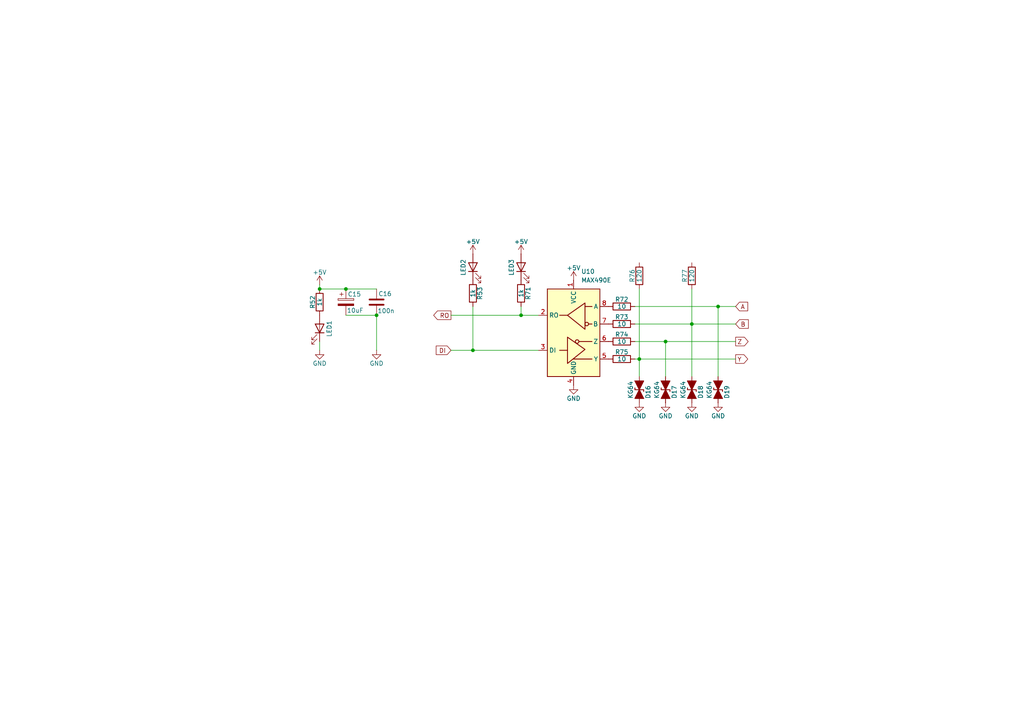
<source format=kicad_sch>
(kicad_sch (version 20231120) (generator "eeschema") (generator_version "8.0")
  (paper "A4")
  (title_block (title "IoT Node") (date "2025-10-02") (company "PT. MEDION FARMA JAYA"))
  (lib_symbols
    (symbol "Device:C" (pin_numbers hide) (pin_names (offset 0.254))
      (property "Reference" "C" (at 0.635 2.54 0))
      (property "Value" "C" (at 0.635 -2.54 0))
      (symbol "C_0_1"
        (polyline (pts (xy -2.032 -0.762) (xy 2.032 -0.762)) (stroke (width 0.508)))
        (polyline (pts (xy -2.032 0.762) (xy 2.032 0.762)) (stroke (width 0.508)))
      )
      (symbol "C_1_1"
        (pin passive line (at 0 3.81 270) (length 2.794) (name "~") (number "1"))
        (pin passive line (at 0 -3.81 90) (length 2.794) (name "~") (number "2"))
      )
    )
    (symbol "Device:C_Polarized" (pin_numbers hide) (pin_names (offset 0.254))
      (property "Reference" "C" (at 0.635 2.54 0))
      (property "Value" "C_Polarized" (at 0.635 -2.54 0))
      (symbol "C_Polarized_0_1"
        (rectangle (start -2.286 0.508) (end 2.286 1.016))
        (polyline (pts (xy -1.778 2.286) (xy -0.762 2.286)))
        (polyline (pts (xy -1.27 2.794) (xy -1.27 1.778)))
        (rectangle (start 2.286 -0.508) (end -2.286 -1.016) (fill (type outline)))
      )
      (symbol "C_Polarized_1_1"
        (pin passive line (at 0 3.81 270) (length 2.794) (name "~") (number "1"))
        (pin passive line (at 0 -3.81 90) (length 2.794) (name "~") (number "2"))
      )
    )
    (symbol "Device:D_TVS_Filled" (pin_numbers hide) (pin_names (offset 1.016) hide)
      (property "Reference" "D" (at 0 2.54 0))
      (property "Value" "D_TVS_Filled" (at 0 -2.54 0))
      (symbol "D_TVS_Filled_0_1"
        (polyline (pts (xy 1.27 0) (xy -1.27 0)))
        (polyline (pts (xy -2.54 -1.27) (xy 0 0) (xy -2.54 1.27) (xy -2.54 -1.27)) (stroke (width 0.254)) (fill (type outline)))
        (polyline (pts (xy 0.508 1.27) (xy 0 1.27) (xy 0 -1.27) (xy -0.508 -1.27)) (stroke (width 0.254)))
        (polyline (pts (xy 2.54 1.27) (xy 2.54 -1.27) (xy 0 0) (xy 2.54 1.27)) (stroke (width 0.254)) (fill (type outline)))
      )
      (symbol "D_TVS_Filled_1_1"
        (pin passive line (at -3.81 0 0) (length 2.54) (name "A1") (number "1"))
        (pin passive line (at 3.81 0 180) (length 2.54) (name "A2") (number "2"))
      )
    )
    (symbol "Device:LED" (pin_numbers hide) (pin_names (offset 1.016) hide)
      (property "Reference" "D" (at 0 2.54 0))
      (property "Value" "LED" (at 0 -2.54 0))
      (symbol "LED_0_1"
        (polyline (pts (xy -1.27 -1.27) (xy -1.27 1.27)) (stroke (width 0.254)))
        (polyline (pts (xy -1.27 0) (xy 1.27 0)))
        (polyline (pts (xy 1.27 -1.27) (xy 1.27 1.27) (xy -1.27 0) (xy 1.27 -1.27)) (stroke (width 0.254)))
        (polyline (pts (xy -3.048 -0.762) (xy -4.572 -2.286) (xy -3.81 -2.286) (xy -4.572 -2.286) (xy -4.572 -1.524)))
        (polyline (pts (xy -1.778 -0.762) (xy -3.302 -2.286) (xy -2.54 -2.286) (xy -3.302 -2.286) (xy -3.302 -1.524)))
      )
      (symbol "LED_1_1"
        (pin passive line (at -3.81 0 0) (length 2.54) (name "K") (number "1"))
        (pin passive line (at 3.81 0 180) (length 2.54) (name "A") (number "2"))
      )
    )
    (symbol "Device:R" (pin_numbers hide) (pin_names (offset 0))
      (property "Reference" "R" (at 2.032 0 90))
      (property "Value" "R" (at 0 0 90))
      (symbol "R_0_1"
        (rectangle (start -1.016 -2.54) (end 1.016 2.54) (stroke (width 0.254)))
      )
      (symbol "R_1_1"
        (pin passive line (at 0 3.81 270) (length 1.27) (name "~") (number "1"))
        (pin passive line (at 0 -3.81 90) (length 1.27) (name "~") (number "2"))
      )
    )
    (symbol "Interface_UART:MAX490E"
      (property "Reference" "U" (at -7.62 13.97 0))
      (property "Value" "MAX490E" (at 0.762 13.97 0))
      (symbol "MAX490E_0_1"
        (rectangle (start -7.62 12.7) (end 7.62 -12.7) (stroke (width 0.254)) (fill (type background)))
        (polyline (pts (xy -1.778 -5.08) (xy -4.064 -5.08)) (stroke (width 0.254)))
        (polyline (pts (xy -1.778 5.08) (xy -4.064 5.08)) (stroke (width 0.254)))
        (polyline (pts (xy 0 -7.62) (xy 5.334 -7.62)) (stroke (width 0.254)))
        (polyline (pts (xy 1.524 -2.54) (xy 5.334 -2.54)) (stroke (width 0.254)))
        (polyline (pts (xy 3.302 7.62) (xy 5.334 7.62)) (stroke (width 0.254)))
        (polyline (pts (xy 4.318 2.54) (xy 5.334 2.54)) (stroke (width 0.254)))
        (polyline (pts (xy -1.778 -5.08) (xy -1.778 -1.27) (xy 3.302 -4.826) (xy -1.778 -8.89) (xy -1.778 -5.08)) (stroke (width 0.254)))
        (circle (center 1.016 -2.54) (radius 0.508) (stroke (width 0.254)))
      )
      (symbol "MAX490E_1_1"
        (polyline (pts (xy 3.302 4.826) (xy 3.302 8.636) (xy -1.778 5.08) (xy 3.302 1.016) (xy 3.302 4.826)) (stroke (width 0.254)))
        (circle (center 3.81 2.54) (radius 0.508) (stroke (width 0.254)))
        (pin power_in line (at 0 15.24 270) (length 2.54) (name "VCC") (number "1"))
        (pin output line (at -10.16 5.08 0) (length 2.54) (name "RO") (number "2"))
        (pin input line (at -10.16 -5.08 0) (length 2.54) (name "DI") (number "3"))
        (pin power_in line (at 0 -15.24 90) (length 2.54) (name "GND") (number "4"))
        (pin output line (at 10.16 -7.62 180) (length 2.54) (name "Y") (number "5"))
        (pin output line (at 10.16 -2.54 180) (length 2.54) (name "Z") (number "6"))
        (pin input line (at 10.16 2.54 180) (length 2.54) (name "B") (number "7"))
        (pin input line (at 10.16 7.62 180) (length 2.54) (name "A") (number "8"))
      )
    )
    (symbol "power:+5V" (power) (pin_numbers hide) (pin_names (offset 0) hide)
      (property "Value" "+5V" (at 0 3.556 0))
      (symbol "+5V_0_1"
        (polyline (pts (xy -0.762 1.27) (xy 0 2.54)))
        (polyline (pts (xy 0 0) (xy 0 2.54)))
        (polyline (pts (xy 0 2.54) (xy 0.762 1.27)))
      )
      (symbol "+5V_1_1"
        (pin power_in line (at 0 0 90) (length 0) (name "~") (number "1"))
      )
    )
    (symbol "power:GND" (power) (pin_numbers hide) (pin_names (offset 0) hide)
      (property "Value" "GND" (at 0 -3.81 0))
      (symbol "GND_0_1"
        (polyline (pts (xy 0 0) (xy 0 -1.27) (xy 1.27 -1.27) (xy 0 -2.54) (xy -1.27 -1.27) (xy 0 -1.27)))
      )
      (symbol "GND_1_1"
        (pin power_in line (at 0 0 270) (length 0) (name "~") (number "1"))
      )
    )
  )
  (junction (at 200.66 93.98))
  (junction (at 92.71 83.82))
  (junction (at 137.16 101.6))
  (junction (at 100.33 83.82))
  (junction (at 185.42 104.14))
  (junction (at 109.22 91.44))
  (junction (at 151.13 91.44))
  (junction (at 193.04 99.06))
  (junction (at 208.28 88.9))
  (wire (pts (xy 213.36 99.06) (xy 193.04 99.06)))
  (wire (pts (xy 151.13 88.9) (xy 151.13 91.44)))
  (wire (pts (xy 100.33 83.82) (xy 109.22 83.82)))
  (wire (pts (xy 200.66 93.98) (xy 184.15 93.98)))
  (wire (pts (xy 92.71 82.55) (xy 92.71 83.82)))
  (wire (pts (xy 193.04 99.06) (xy 193.04 109.22)))
  (wire (pts (xy 109.22 101.6) (xy 109.22 91.44)))
  (wire (pts (xy 184.15 99.06) (xy 193.04 99.06)))
  (wire (pts (xy 208.28 88.9) (xy 208.28 109.22)))
  (wire (pts (xy 130.81 101.6) (xy 137.16 101.6)))
  (wire (pts (xy 213.36 93.98) (xy 200.66 93.98)))
  (wire (pts (xy 151.13 91.44) (xy 156.21 91.44)))
  (wire (pts (xy 184.15 104.14) (xy 185.42 104.14)))
  (wire (pts (xy 208.28 88.9) (xy 213.36 88.9)))
  (wire (pts (xy 137.16 88.9) (xy 137.16 101.6)))
  (wire (pts (xy 184.15 88.9) (xy 208.28 88.9)))
  (wire (pts (xy 185.42 83.82) (xy 185.42 104.14)))
  (wire (pts (xy 137.16 101.6) (xy 156.21 101.6)))
  (wire (pts (xy 130.81 91.44) (xy 151.13 91.44)))
  (wire (pts (xy 200.66 93.98) (xy 200.66 109.22)))
  (wire (pts (xy 100.33 91.44) (xy 109.22 91.44)))
  (wire (pts (xy 92.71 101.6) (xy 92.71 99.06)))
  (wire (pts (xy 185.42 104.14) (xy 185.42 109.22)))
  (wire (pts (xy 200.66 83.82) (xy 200.66 93.98)))
  (wire (pts (xy 213.36 104.14) (xy 185.42 104.14)))
  (wire (pts (xy 92.71 83.82) (xy 100.33 83.82)))
  (global_label "RO" (shape output) (at 130.81 91.44 180) (property "Intersheetrefs" "${INTERSHEET_REFS}" (effects (hide yes))))
  (global_label "B" (shape input) (at 213.36 93.98 0) (property "Intersheetrefs" "${INTERSHEET_REFS}" (effects (hide yes))))
  (global_label "Z" (shape output) (at 213.36 99.06 0) (property "Intersheetrefs" "${INTERSHEET_REFS}" (effects (hide yes))))
  (global_label "A" (shape input) (at 213.36 88.9 0) (property "Intersheetrefs" "${INTERSHEET_REFS}" (effects (hide yes))))
  (global_label "DI" (shape input) (at 130.81 101.6 180) (property "Intersheetrefs" "${INTERSHEET_REFS}" (effects (hide yes))))
  (global_label "Y" (shape output) (at 213.36 104.14 0) (property "Intersheetrefs" "${INTERSHEET_REFS}" (effects (hide yes))))
  (symbol (lib_id "Device:LED") (at 92.71 95.25 270) (mirror x) (unit 1)
    (property "Reference" "LED1" (at 95.504 97.79 0) (effects (justify left)))
    (property "Value" "LED" (effects (hide yes)))
    (property "Description" "Light emitting diode" (effects (hide yes)))
  )
  (symbol (lib_id "Device:R") (at 185.42 80.01 180) (unit 1)
    (property "Reference" "R76" (at 183.388 80.01 90))
    (property "Value" "120" (at 185.42 80.01 90))
    (property "Description" "Resistor" (effects (hide yes)))
  )
  (symbol (lib_id "Device:R") (at 151.13 85.09 0) (unit 1)
    (property "Reference" "R71" (at 153.162 85.09 90))
    (property "Value" "1k" (at 151.13 85.09 90))
    (property "Description" "Resistor" (effects (hide yes)))
  )
  (symbol (lib_id "power:GND") (at 185.42 116.84 0) (unit 1)
    (property "Reference" "#PWR053" (effects (hide yes)))
    (property "Value" "GND" (at 185.42 120.65 0))
    (property "Description" "Power symbol creates a global label with name \"GND\" , ground" (effects (hide yes)))
  )
  (symbol (lib_id "power:+5V") (at 166.37 81.28 0) (unit 1)
    (property "Reference" "#PWR051" (effects (hide yes)))
    (property "Value" "+5V" (at 166.37 77.724 0))
    (property "Description" "Power symbol creates a global label with name \"+5V\"" (effects (hide yes)))
  )
  (symbol (lib_id "Device:R") (at 137.16 85.09 0) (unit 1)
    (property "Reference" "R53" (at 139.192 85.09 90))
    (property "Value" "1k" (at 137.16 85.09 90))
    (property "Description" "Resistor" (effects (hide yes)))
  )
  (symbol (lib_id "power:+5V") (at 92.71 82.55 0) (unit 1)
    (property "Reference" "#PWR036" (effects (hide yes)))
    (property "Value" "+5V" (at 92.71 78.994 0))
    (property "Description" "Power symbol creates a global label with name \"+5V\"" (effects (hide yes)))
  )
  (symbol (lib_id "Device:R") (at 200.66 80.01 180) (unit 1)
    (property "Reference" "R77" (at 198.628 80.01 90))
    (property "Value" "120" (at 200.66 80.01 90))
    (property "Description" "Resistor" (effects (hide yes)))
  )
  (symbol (lib_id "Device:D_TVS_Filled") (at 208.28 113.03 90) (unit 1)
    (property "Reference" "D19" (at 210.82 111.7599 0) (effects (justify right)))
    (property "Value" "KG64" (at 205.74 110.49 0) (effects (justify right)))
    (property "Description" "Bidirectional transient-voltage-suppression diode, filled shape" (effects (hide yes)))
  )
  (symbol (lib_id "power:GND") (at 200.66 116.84 0) (unit 1)
    (property "Reference" "#PWR055" (effects (hide yes)))
    (property "Value" "GND" (at 200.66 120.65 0))
    (property "Description" "Power symbol creates a global label with name \"GND\" , ground" (effects (hide yes)))
  )
  (symbol (lib_id "power:+5V") (at 137.16 73.66 0) (unit 1)
    (property "Reference" "#PWR049" (effects (hide yes)))
    (property "Value" "+5V" (at 137.16 70.104 0))
    (property "Description" "Power symbol creates a global label with name \"+5V\"" (effects (hide yes)))
  )
  (symbol (lib_id "power:GND") (at 166.37 111.76 0) (unit 1)
    (property "Reference" "#PWR052" (effects (hide yes)))
    (property "Value" "GND" (at 166.37 115.57 0))
    (property "Description" "Power symbol creates a global label with name \"GND\" , ground" (effects (hide yes)))
  )
  (symbol (lib_id "Device:LED") (at 137.16 77.47 90) (unit 1)
    (property "Reference" "LED2" (at 134.366 80.01 0) (effects (justify left)))
    (property "Value" "LED" (effects (hide yes)))
    (property "Description" "Light emitting diode" (effects (hide yes)))
  )
  (symbol (lib_id "Interface_UART:MAX490E") (at 166.37 96.52 0) (unit 1)
    (property "Reference" "U10" (at 168.5641 78.74 0) (effects (justify left)))
    (property "Value" "MAX490E" (at 168.5641 81.28 0) (effects (justify left)))
    (property "Footprint" "Package_SO:SOIC-8_3.9x4.9mm_P1.27mm" (effects (hide yes)))
    (property "Datasheet" "https://datasheets.maximintegrated.com/en/ds/MAX1487E-MAX491E.pdf" (effects (hide yes)))
    (property "Description" "Full duplex RS-485/RS-422, 2.5 Mbps, ±15kV electro-static discharge (ESD) protection, no slew-rate limited, no low-power shutdown, no with receiver/driver enable, 32 receiver drive capability, -40 to +85 degree Celsius, DIP-8 and SOIC-8" (effects (hide yes)))
  )
  (symbol (lib_id "Device:R") (at 180.34 99.06 90) (unit 1)
    (property "Reference" "R74" (at 180.34 97.028 90))
    (property "Value" "10" (at 180.34 99.06 90))
    (property "Description" "Resistor" (effects (hide yes)))
  )
  (symbol (lib_id "Device:R") (at 92.71 87.63 180) (unit 1)
    (property "Reference" "R52" (at 90.678 87.63 90))
    (property "Value" "1k" (at 92.71 87.63 90))
    (property "Description" "Resistor" (effects (hide yes)))
  )
  (symbol (lib_id "Device:C") (at 109.22 87.63 0) (unit 1)
    (property "Reference" "C16" (at 109.728 85.217 0) (effects (justify left)))
    (property "Value" "100n" (at 109.474 90.17 0) (effects (justify left)))
    (property "Description" "Unpolarized capacitor" (effects (hide yes)))
  )
  (symbol (lib_id "Device:LED") (at 151.13 77.47 90) (unit 1)
    (property "Reference" "LED3" (at 148.336 80.01 0) (effects (justify left)))
    (property "Value" "LED" (effects (hide yes)))
    (property "Description" "Light emitting diode" (effects (hide yes)))
  )
  (symbol (lib_id "Device:D_TVS_Filled") (at 200.66 113.03 90) (unit 1)
    (property "Reference" "D18" (at 203.2 111.7599 0) (effects (justify right)))
    (property "Value" "KG64" (at 198.12 110.49 0) (effects (justify right)))
    (property "Description" "Bidirectional transient-voltage-suppression diode, filled shape" (effects (hide yes)))
  )
  (symbol (lib_id "Device:R") (at 180.34 93.98 90) (unit 1)
    (property "Reference" "R73" (at 180.34 91.948 90))
    (property "Value" "10" (at 180.34 93.98 90))
    (property "Description" "Resistor" (effects (hide yes)))
  )
  (symbol (lib_id "Device:R") (at 180.34 88.9 90) (unit 1)
    (property "Reference" "R72" (at 180.34 86.868 90))
    (property "Value" "10" (at 180.34 88.9 90))
    (property "Description" "Resistor" (effects (hide yes)))
  )
  (symbol (lib_id "Device:D_TVS_Filled") (at 185.42 113.03 90) (unit 1)
    (property "Reference" "D16" (at 187.96 111.7599 0) (effects (justify right)))
    (property "Value" "KG64" (at 182.88 110.49 0) (effects (justify right)))
    (property "Description" "Bidirectional transient-voltage-suppression diode, filled shape" (effects (hide yes)))
  )
  (symbol (lib_id "power:GND") (at 208.28 116.84 0) (unit 1)
    (property "Reference" "#PWR056" (effects (hide yes)))
    (property "Value" "GND" (at 208.28 120.65 0))
    (property "Description" "Power symbol creates a global label with name \"GND\" , ground" (effects (hide yes)))
  )
  (symbol (lib_id "Device:D_TVS_Filled") (at 193.04 113.03 90) (unit 1)
    (property "Reference" "D17" (at 195.58 111.7599 0) (effects (justify right)))
    (property "Value" "KG64" (at 190.5 110.49 0) (effects (justify right)))
    (property "Description" "Bidirectional transient-voltage-suppression diode, filled shape" (effects (hide yes)))
  )
  (symbol (lib_id "power:GND") (at 109.22 101.6 0) (unit 1)
    (property "Reference" "#PWR048" (effects (hide yes)))
    (property "Value" "GND" (at 109.22 105.41 0))
    (property "Description" "Power symbol creates a global label with name \"GND\" , ground" (effects (hide yes)))
  )
  (symbol (lib_id "Device:C_Polarized") (at 100.33 87.63 0) (unit 1)
    (property "Reference" "C15" (at 100.838 85.344 0) (effects (justify left)))
    (property "Value" "10uF" (at 100.584 90.043 0) (effects (justify left)))
    (property "Description" "Polarized capacitor" (effects (hide yes)))
  )
  (symbol (lib_id "power:GND") (at 92.71 101.6 0) (unit 1)
    (property "Reference" "#PWR037" (effects (hide yes)))
    (property "Value" "GND" (at 92.71 105.41 0))
    (property "Description" "Power symbol creates a global label with name \"GND\" , ground" (effects (hide yes)))
  )
  (symbol (lib_id "Device:R") (at 180.34 104.14 90) (unit 1)
    (property "Reference" "R75" (at 180.34 102.108 90))
    (property "Value" "10" (at 180.34 104.14 90))
    (property "Description" "Resistor" (effects (hide yes)))
  )
  (symbol (lib_id "power:+5V") (at 151.13 73.66 0) (unit 1)
    (property "Reference" "#PWR050" (effects (hide yes)))
    (property "Value" "+5V" (at 151.13 70.104 0))
    (property "Description" "Power symbol creates a global label with name \"+5V\"" (effects (hide yes)))
  )
  (symbol (lib_id "power:GND") (at 193.04 116.84 0) (unit 1)
    (property "Reference" "#PWR054" (effects (hide yes)))
    (property "Value" "GND" (at 193.04 120.65 0))
    (property "Description" "Power symbol creates a global label with name \"GND\" , ground" (effects (hide yes)))
  )
)
</source>
